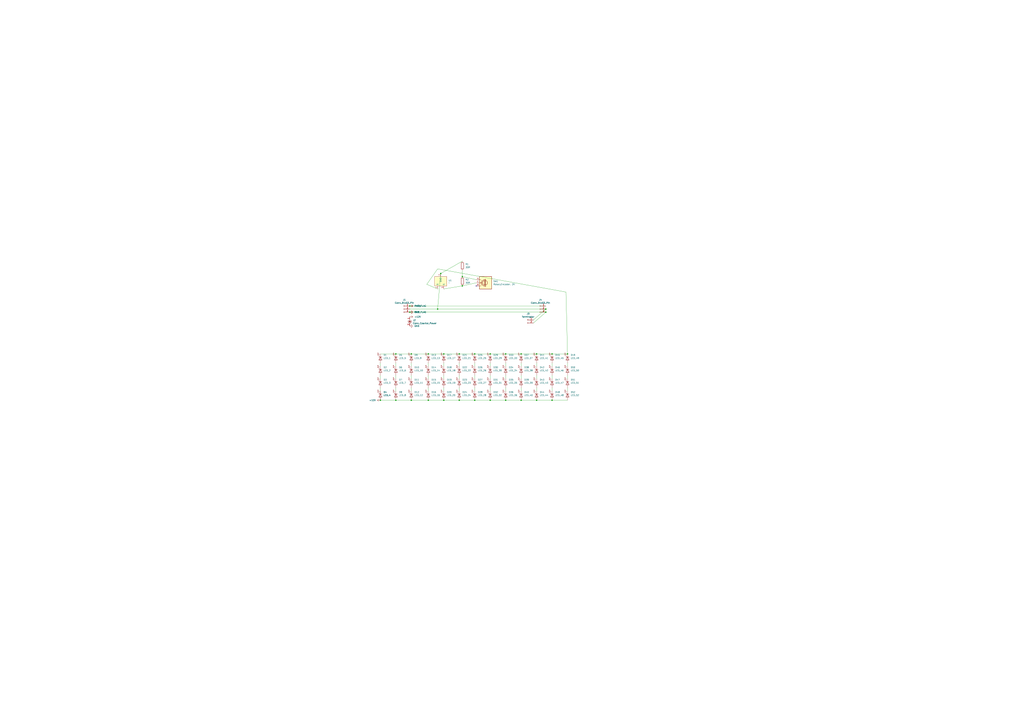
<source format=kicad_sch>
(kicad_sch (version 20231120) (generator "eeschema") (generator_version "8.0")
  (paper "A1")
  (lib_symbols
    (symbol "+12V_1" (power) (pin_numbers hide) (pin_names (offset 0) hide)
      (property "Value" "+12V" (at 0 3.556 0))
      (symbol "+12V_1_0_1"
        (polyline (pts (xy -0.762 1.27) (xy 0 2.54)))
        (polyline (pts (xy 0 0) (xy 0 2.54)))
        (polyline (pts (xy 0 2.54) (xy 0.762 1.27)))
      )
      (symbol "+12V_1_1_1"
        (pin power_in line (at 0 0 90) (length 0) (name "~") (number "1"))
      )
    )
    (symbol "+12V_2" (power) (pin_numbers hide) (pin_names (offset 0) hide)
      (property "Value" "+12V" (at 0 3.556 0))
      (symbol "+12V_2_0_1"
        (polyline (pts (xy -0.762 1.27) (xy 0 2.54)))
        (polyline (pts (xy 0 0) (xy 0 2.54)))
        (polyline (pts (xy 0 2.54) (xy 0.762 1.27)))
      )
      (symbol "+12V_2_1_1"
        (pin power_in line (at 0 0 90) (length 0) (name "~") (number "1"))
      )
    )
    (symbol "+12V_3" (power) (pin_numbers hide) (pin_names (offset 0) hide)
      (property "Value" "+12V" (at 0 3.556 0))
      (symbol "+12V_3_0_1"
        (polyline (pts (xy -0.762 1.27) (xy 0 2.54)))
        (polyline (pts (xy 0 0) (xy 0 2.54)))
        (polyline (pts (xy 0 2.54) (xy 0.762 1.27)))
      )
      (symbol "+12V_3_1_1"
        (pin power_in line (at 0 0 90) (length 0) (name "~") (number "1"))
      )
    )
    (symbol "Connector:Conn_01x02_Pin" (pin_names (offset 1.016) hide)
      (property "Reference" "J" (at 0 2.54 0))
      (property "Value" "Conn_01x02_Pin" (at 0 -5.08 0))
      (symbol "Conn_01x02_Pin_1_1"
        (polyline (pts (xy 1.27 -2.54) (xy 0.8636 -2.54)) (stroke (width 0.1524)))
        (polyline (pts (xy 1.27 0) (xy 0.8636 0)) (stroke (width 0.1524)))
        (rectangle (start 0.8636 -2.413) (end 0 -2.667) (stroke (width 0.1524)) (fill (type outline)))
        (rectangle (start 0.8636 0.127) (end 0 -0.127) (stroke (width 0.1524)) (fill (type outline)))
        (pin passive line (at 5.08 0 180) (length 3.81) (name "Pin_1") (number "1"))
        (pin passive line (at 5.08 -2.54 180) (length 3.81) (name "Pin_2") (number "2"))
      )
    )
    (symbol "Connector:Conn_01x03_Pin" (pin_names (offset 1.016) hide)
      (property "Reference" "J" (at 0 5.08 0))
      (property "Value" "Conn_01x03_Pin" (at 0 -5.08 0))
      (symbol "Conn_01x03_Pin_1_1"
        (polyline (pts (xy 1.27 -2.54) (xy 0.8636 -2.54)) (stroke (width 0.1524)))
        (polyline (pts (xy 1.27 0) (xy 0.8636 0)) (stroke (width 0.1524)))
        (polyline (pts (xy 1.27 2.54) (xy 0.8636 2.54)) (stroke (width 0.1524)))
        (rectangle (start 0.8636 -2.413) (end 0 -2.667) (stroke (width 0.1524)) (fill (type outline)))
        (rectangle (start 0.8636 0.127) (end 0 -0.127) (stroke (width 0.1524)) (fill (type outline)))
        (rectangle (start 0.8636 2.667) (end 0 2.413) (stroke (width 0.1524)) (fill (type outline)))
        (pin passive line (at 5.08 2.54 180) (length 3.81) (name "Pin_1") (number "1"))
        (pin passive line (at 5.08 0 180) (length 3.81) (name "Pin_2") (number "2"))
        (pin passive line (at 5.08 -2.54 180) (length 3.81) (name "Pin_3") (number "3"))
      )
    )
    (symbol "Connector:Conn_Coaxial_Power" (pin_names (offset 1.016) hide)
      (property "Reference" "J" (at -5.08 -1.27 90))
      (property "Value" "Conn_Coaxial_Power" (at -3.175 -1.27 90))
      (symbol "Conn_Coaxial_Power_0_1"
        (arc (start -1.27 -1.27) (mid 0 -2.5344) (end 1.27 -1.27) (stroke (width 0.254)))
        (arc (start -1.016 -0.508) (mid -1.2048 -0.8684) (end -1.27 -1.27) (stroke (width 0.254)))
        (circle (center 0 -1.27) (radius 0.508) (stroke (width 0.2032)) (fill (type outline)))
        (polyline (pts (xy 0 -2.54) (xy 0 -3.048)))
        (polyline (pts (xy 0 0) (xy 0 -1.27)))
        (arc (start 1.27 -1.27) (mid 1.2048 -0.8684) (end 1.016 -0.508) (stroke (width 0.254)))
      )
      (symbol "Conn_Coaxial_Power_1_1"
        (pin passive line (at 0 2.54 270) (length 2.54) (name "In") (number "1"))
        (pin passive line (at 0 -5.08 90) (length 2.54) (name "Ext") (number "2"))
      )
    )
    (symbol "Device:LED" (pin_numbers hide) (pin_names (offset 1.016) hide)
      (property "Reference" "D" (at 0 2.54 0))
      (property "Value" "LED" (at 0 -2.54 0))
      (symbol "LED_0_1"
        (polyline (pts (xy -1.27 -1.27) (xy -1.27 1.27)) (stroke (width 0.254)))
        (polyline (pts (xy -1.27 0) (xy 1.27 0)))
        (polyline (pts (xy 1.27 -1.27) (xy 1.27 1.27) (xy -1.27 0) (xy 1.27 -1.27)) (stroke (width 0.254)))
        (polyline (pts (xy -3.048 -0.762) (xy -4.572 -2.286) (xy -3.81 -2.286) (xy -4.572 -2.286) (xy -4.572 -1.524)))
        (polyline (pts (xy -1.778 -0.762) (xy -3.302 -2.286) (xy -2.54 -2.286) (xy -3.302 -2.286) (xy -3.302 -1.524)))
      )
      (symbol "LED_1_1"
        (pin passive line (at -3.81 0 0) (length 2.54) (name "K") (number "1"))
        (pin passive line (at 3.81 0 180) (length 2.54) (name "A") (number "2"))
      )
    )
    (symbol "Device:R" (pin_numbers hide) (pin_names (offset 0))
      (property "Reference" "R" (at 2.032 0 90))
      (property "Value" "R" (at 0 0 90))
      (symbol "R_0_1"
        (rectangle (start -1.016 -2.54) (end 1.016 2.54) (stroke (width 0.254)))
      )
      (symbol "R_1_1"
        (pin passive line (at 0 3.81 270) (length 1.27) (name "~") (number "1"))
        (pin passive line (at 0 -3.81 90) (length 1.27) (name "~") (number "2"))
      )
    )
    (symbol "Device:RotaryEncoder" (pin_names (offset 0.254) hide)
      (property "Reference" "SW" (at 0 6.604 0))
      (property "Value" "RotaryEncoder" (at 0 -6.604 0))
      (symbol "RotaryEncoder_0_1"
        (rectangle (start -5.08 5.08) (end 5.08 -5.08) (stroke (width 0.254)) (fill (type background)))
        (circle (center -3.81 0) (radius 0.254) (fill (type outline)))
        (circle (center -0.381 0) (radius 1.905) (stroke (width 0.254)))
        (arc (start -0.381 2.667) (mid -3.0988 -0.0635) (end -0.381 -2.794) (stroke (width 0.254)))
        (polyline (pts (xy -0.635 -1.778) (xy -0.635 1.778)) (stroke (width 0.254)))
        (polyline (pts (xy -0.381 -1.778) (xy -0.381 1.778)) (stroke (width 0.254)))
        (polyline (pts (xy -0.127 1.778) (xy -0.127 -1.778)) (stroke (width 0.254)))
        (polyline (pts (xy -5.08 -2.54) (xy -3.81 -2.54) (xy -3.81 -2.032)))
        (polyline (pts (xy -5.08 2.54) (xy -3.81 2.54) (xy -3.81 2.032)))
        (polyline (pts (xy 0.254 -3.048) (xy -0.508 -2.794) (xy 0.127 -2.413)) (stroke (width 0.254)))
        (polyline (pts (xy 0.254 2.921) (xy -0.508 2.667) (xy 0.127 2.286)) (stroke (width 0.254)))
        (polyline (pts (xy -5.08 0) (xy -3.81 0) (xy -3.81 -1.016) (xy -3.302 -2.032)))
        (polyline (pts (xy -4.318 0) (xy -3.81 0) (xy -3.81 1.016) (xy -3.302 2.032)))
      )
      (symbol "RotaryEncoder_1_1"
        (pin passive line (at -7.62 2.54 0) (length 2.54) (name "A") (number "A"))
        (pin passive line (at -7.62 -2.54 0) (length 2.54) (name "B") (number "B"))
        (pin passive line (at -7.62 0 0) (length 2.54) (name "C") (number "C"))
      )
    )
    (symbol "GND_1" (power) (pin_numbers hide) (pin_names (offset 0) hide)
      (property "Value" "GND" (at 0 -3.81 0))
      (symbol "GND_1_0_1"
        (polyline (pts (xy 0 0) (xy 0 -1.27) (xy 1.27 -1.27) (xy 0 -2.54) (xy -1.27 -1.27) (xy 0 -1.27)))
      )
      (symbol "GND_1_1_1"
        (pin power_in line (at 0 0 270) (length 0) (name "~") (number "1"))
      )
    )
    (symbol "GND_3" (power) (pin_numbers hide) (pin_names (offset 0) hide)
      (property "Value" "GND" (at 0 -3.81 0))
      (symbol "GND_3_0_1"
        (polyline (pts (xy 0 0) (xy 0 -1.27) (xy 1.27 -1.27) (xy 0 -2.54) (xy -1.27 -1.27) (xy 0 -1.27)))
      )
      (symbol "GND_3_1_1"
        (pin power_in line (at 0 0 270) (length 0) (name "~") (number "1"))
      )
    )
    (symbol "PWR_FLAG_1" (power) (pin_numbers hide) (pin_names (offset 0) hide)
      (property "Value" "PWR_FLAG" (at 0 3.81 0))
      (symbol "PWR_FLAG_1_0_0"
        (pin power_out line (at 0 0 90) (length 0) (name "~") (number "1"))
      )
      (symbol "PWR_FLAG_1_0_1"
        (polyline (pts (xy 0 0) (xy 0 1.27) (xy -1.016 1.905) (xy 0 2.54) (xy 1.016 1.905) (xy 0 1.27)))
      )
    )
    (symbol "PWR_FLAG_2" (power) (pin_numbers hide) (pin_names (offset 0) hide)
      (property "Value" "PWR_FLAG" (at 0 3.81 0))
      (symbol "PWR_FLAG_2_0_0"
        (pin power_out line (at 0 0 90) (length 0) (name "~") (number "1"))
      )
      (symbol "PWR_FLAG_2_0_1"
        (polyline (pts (xy 0 0) (xy 0 1.27) (xy -1.016 1.905) (xy 0 2.54) (xy 1.016 1.905) (xy 0 1.27)))
      )
    )
    (symbol "custom_symbols:RM9003a"
      (property "Reference" "U" (at -4.064 2.54 0))
      (symbol "RM9003a_1_1"
        (rectangle (start -5.08 3.81) (end 5.08 -3.81) (fill (type background)))
        (pin bidirectional line (at -2.54 -6.35 90) (length 2.54) (name "D") (number "1"))
        (pin bidirectional line (at 0 6.35 270) (length 2.54) (name "GND") (number "2"))
        (pin bidirectional line (at 2.54 -6.35 90) (length 2.54) (name "S") (number "3"))
      )
    )
  )
  (junction (at 389.89 328.93))
  (junction (at 325.12 328.93))
  (junction (at 402.59 328.93))
  (junction (at 337.82 290.83))
  (junction (at 325.12 290.83))
  (junction (at 337.82 328.93))
  (junction (at 448.31 254))
  (junction (at 361.95 224.79))
  (junction (at 377.19 328.93))
  (junction (at 440.69 290.83))
  (junction (at 336.55 256.54))
  (junction (at 312.42 328.93))
  (junction (at 336.55 251.46))
  (junction (at 402.59 290.83))
  (junction (at 448.31 256.54))
  (junction (at 351.79 290.83))
  (junction (at 364.49 290.83))
  (junction (at 364.49 328.93))
  (junction (at 453.39 290.83))
  (junction (at 453.39 328.93))
  (junction (at 379.73 227.33))
  (junction (at 440.69 328.93))
  (junction (at 389.89 290.83))
  (junction (at 427.99 290.83))
  (junction (at 351.79 328.93))
  (junction (at 377.19 290.83))
  (junction (at 415.29 290.83))
  (junction (at 379.73 234.95))
  (junction (at 415.29 328.93))
  (junction (at 427.99 328.93))
  (junction (at 359.41 254))
  (junction (at 466.09 290.83))
  (no_connect (at 391.16 234.95))
  (wire (pts (xy 427.99 311.15) (xy 427.99 308.61)))
  (wire (pts (xy 453.39 300.99) (xy 453.39 298.45)))
  (wire (pts (xy 440.69 328.93) (xy 453.39 328.93)))
  (wire (pts (xy 364.49 321.31) (xy 364.49 318.77)))
  (wire (pts (xy 377.19 290.83) (xy 389.89 290.83)))
  (wire (pts (xy 415.29 328.93) (xy 427.99 328.93)))
  (wire (pts (xy 312.42 290.83) (xy 325.12 290.83)))
  (wire (pts (xy 377.19 328.93) (xy 389.89 328.93)))
  (wire (pts (xy 389.89 328.93) (xy 402.59 328.93)))
  (wire (pts (xy 361.95 224.79) (xy 379.73 214.63)))
  (wire (pts (xy 391.16 232.41) (xy 379.73 234.95)))
  (wire (pts (xy 453.39 321.31) (xy 453.39 318.77)))
  (wire (pts (xy 415.29 300.99) (xy 415.29 298.45)))
  (wire (pts (xy 427.99 290.83) (xy 440.69 290.83)))
  (wire (pts (xy 325.12 300.99) (xy 325.12 298.45)))
  (wire (pts (xy 359.41 254) (xy 448.31 254)))
  (wire (pts (xy 364.49 237.49) (xy 379.73 234.95)))
  (wire (pts (xy 325.12 328.93) (xy 337.82 328.93)))
  (wire (pts (xy 336.55 251.46) (xy 448.31 251.46)))
  (wire (pts (xy 337.82 290.83) (xy 351.79 290.83)))
  (wire (pts (xy 466.09 290.83) (xy 464.82 240.03)))
  (wire (pts (xy 453.39 328.93) (xy 466.09 328.93)))
  (wire (pts (xy 402.59 300.99) (xy 402.59 298.45)))
  (wire (pts (xy 351.79 311.15) (xy 351.79 308.61)))
  (wire (pts (xy 312.42 328.93) (xy 325.12 328.93)))
  (wire (pts (xy 377.19 311.15) (xy 377.19 308.61)))
  (wire (pts (xy 453.39 290.83) (xy 466.09 290.83)))
  (wire (pts (xy 379.73 222.25) (xy 379.73 227.33)))
  (wire (pts (xy 389.89 321.31) (xy 389.89 318.77)))
  (wire (pts (xy 325.12 311.15) (xy 325.12 308.61)))
  (wire (pts (xy 389.89 290.83) (xy 402.59 290.83)))
  (wire (pts (xy 466.09 311.15) (xy 466.09 308.61)))
  (wire (pts (xy 466.09 321.31) (xy 466.09 318.77)))
  (wire (pts (xy 453.39 311.15) (xy 453.39 308.61)))
  (wire (pts (xy 402.59 328.93) (xy 415.29 328.93)))
  (wire (pts (xy 336.55 254) (xy 359.41 254)))
  (wire (pts (xy 325.12 290.83) (xy 337.82 290.83)))
  (wire (pts (xy 427.99 328.93) (xy 440.69 328.93)))
  (wire (pts (xy 440.69 311.15) (xy 440.69 308.61)))
  (wire (pts (xy 351.79 290.83) (xy 364.49 290.83)))
  (wire (pts (xy 337.82 321.31) (xy 337.82 318.77)))
  (wire (pts (xy 415.29 311.15) (xy 415.29 308.61)))
  (wire (pts (xy 440.69 300.99) (xy 440.69 298.45)))
  (wire (pts (xy 415.29 321.31) (xy 415.29 318.77)))
  (wire (pts (xy 379.73 227.33) (xy 391.16 229.87)))
  (wire (pts (xy 351.79 321.31) (xy 351.79 318.77)))
  (wire (pts (xy 466.09 300.99) (xy 466.09 298.45)))
  (wire (pts (xy 312.42 321.31) (xy 312.42 318.77)))
  (wire (pts (xy 351.79 300.99) (xy 351.79 298.45)))
  (wire (pts (xy 440.69 290.83) (xy 453.39 290.83)))
  (wire (pts (xy 402.59 311.15) (xy 402.59 308.61)))
  (wire (pts (xy 402.59 290.83) (xy 415.29 290.83)))
  (wire (pts (xy 402.59 321.31) (xy 402.59 318.77)))
  (wire (pts (xy 427.99 321.31) (xy 427.99 318.77)))
  (wire (pts (xy 351.79 328.93) (xy 364.49 328.93)))
  (wire (pts (xy 325.12 321.31) (xy 325.12 318.77)))
  (wire (pts (xy 364.49 290.83) (xy 377.19 290.83)))
  (wire (pts (xy 448.31 254) (xy 438.15 262.89)))
  (wire (pts (xy 337.82 328.93) (xy 351.79 328.93)))
  (wire (pts (xy 440.69 321.31) (xy 440.69 318.77)))
  (wire (pts (xy 377.19 321.31) (xy 377.19 318.77)))
  (wire (pts (xy 359.41 220.98) (xy 350.52 233.68)))
  (wire (pts (xy 415.29 290.83) (xy 427.99 290.83)))
  (wire (pts (xy 389.89 311.15) (xy 389.89 308.61)))
  (wire (pts (xy 336.55 256.54) (xy 448.31 256.54)))
  (wire (pts (xy 464.82 240.03) (xy 359.41 220.98)))
  (wire (pts (xy 312.42 311.15) (xy 312.42 308.61)))
  (wire (pts (xy 337.82 300.99) (xy 337.82 298.45)))
  (wire (pts (xy 377.19 300.99) (xy 377.19 298.45)))
  (wire (pts (xy 389.89 300.99) (xy 389.89 298.45)))
  (wire (pts (xy 364.49 328.93) (xy 377.19 328.93)))
  (wire (pts (xy 364.49 311.15) (xy 364.49 308.61)))
  (wire (pts (xy 350.52 233.68) (xy 359.41 237.49)))
  (wire (pts (xy 364.49 300.99) (xy 364.49 298.45)))
  (wire (pts (xy 427.99 300.99) (xy 427.99 298.45)))
  (wire (pts (xy 337.82 311.15) (xy 337.82 308.61)))
  (wire (pts (xy 448.31 256.54) (xy 438.15 265.43)))
  (wire (pts (xy 361.95 224.79) (xy 359.41 254)))
  (wire (pts (xy 312.42 300.99) (xy 312.42 298.45)))
  (symbol (lib_name "PWR_FLAG_2") (lib_id "power:PWR_FLAG") (at 336.55 256.54 270) (unit 1)
    (property "Reference" "#FLG02" (effects (hide yes)))
    (property "Value" "PWR_FLAG" (at 340.36 256.5399 90) (effects (justify left)))
    (property "Description" "Special symbol for telling ERC where power comes from" (effects (hide yes)))
  )
  (symbol (lib_id "Connector:Conn_01x03_Pin") (at 443.23 254 0) (unit 1)
    (property "Reference" "J4" (at 443.865 246.38 0))
    (property "Value" "Conn_01x03_Pin" (at 443.865 248.92 0))
    (property "Footprint" "TerminalBlock:TerminalBlock_bornier-3_P5.08mm" (effects (hide yes)))
    (property "Description" "Generic connector, single row, 01x03, script generated" (effects (hide yes)))
  )
  (symbol (lib_id "Connector:Conn_01x03_Pin") (at 331.47 254 0) (unit 1)
    (property "Reference" "J1" (at 332.105 246.38 0))
    (property "Value" "Conn_01x03_Pin" (at 332.105 248.92 0))
    (property "Footprint" "TerminalBlock:TerminalBlock_bornier-3_P5.08mm" (effects (hide yes)))
    (property "Description" "Generic connector, single row, 01x03, script generated" (effects (hide yes)))
  )
  (symbol (lib_id "Device:LED") (at 427.99 294.64 270) (unit 1)
    (property "Reference" "D37" (at 430.53 291.7824 90) (effects (justify left)))
    (property "Value" "LED_37" (at 430.53 294.3224 90) (effects (justify left)))
    (property "Footprint" "CustomLibrary:LED_PLCC_2835_AK" (effects (hide yes)))
  )
  (symbol (lib_id "Device:LED") (at 427.99 325.12 270) (unit 1)
    (property "Reference" "D40" (at 430.53 322.2624 90) (effects (justify left)))
    (property "Value" "LED_40" (at 430.53 324.8024 90) (effects (justify left)))
    (property "Footprint" "CustomLibrary:LED_PLCC_2835_AK" (effects (hide yes)))
  )
  (symbol (lib_name "PWR_FLAG_1") (lib_id "power:PWR_FLAG") (at 336.55 251.46 270) (unit 1)
    (property "Reference" "#FLG01" (effects (hide yes)))
    (property "Value" "PWR_FLAG" (at 340.36 251.4599 90) (effects (justify left)))
    (property "Description" "Special symbol for telling ERC where power comes from" (effects (hide yes)))
  )
  (symbol (lib_id "Device:LED") (at 427.99 314.96 270) (unit 1)
    (property "Reference" "D39" (at 430.53 312.1024 90) (effects (justify left)))
    (property "Value" "LED_39" (at 430.53 314.6424 90) (effects (justify left)))
    (property "Footprint" "CustomLibrary:LED_PLCC_2835_AK" (effects (hide yes)))
  )
  (symbol (lib_id "Device:LED") (at 364.49 325.12 270) (unit 1)
    (property "Reference" "D20" (at 367.03 322.2624 90) (effects (justify left)))
    (property "Value" "LED_20" (at 367.03 324.8024 90) (effects (justify left)))
    (property "Footprint" "CustomLibrary:LED_PLCC_2835_AK" (effects (hide yes)))
  )
  (symbol (lib_id "Device:LED") (at 389.89 304.8 270) (unit 1)
    (property "Reference" "D26" (at 392.43 301.9424 90) (effects (justify left)))
    (property "Value" "LED_26" (at 392.43 304.4824 90) (effects (justify left)))
    (property "Footprint" "CustomLibrary:LED_PLCC_2835_AK" (effects (hide yes)))
  )
  (symbol (lib_id "Device:LED") (at 389.89 314.96 270) (unit 1)
    (property "Reference" "D27" (at 392.43 312.1024 90) (effects (justify left)))
    (property "Value" "LED_27" (at 392.43 314.6424 90) (effects (justify left)))
    (property "Footprint" "CustomLibrary:LED_PLCC_2835_AK" (effects (hide yes)))
  )
  (symbol (lib_name "+12V_1") (lib_id "power:+12V") (at 336.55 251.46 270) (unit 1)
    (property "Reference" "#PWR02" (effects (hide yes)))
    (property "Value" "+12V" (at 340.36 251.4599 90) (effects (justify left)))
    (property "Description" "Power symbol creates a global label with name \"+12V\"" (effects (hide yes)))
  )
  (symbol (lib_id "Device:LED") (at 312.42 294.64 270) (unit 1)
    (property "Reference" "D1" (at 314.96 291.7824 90) (effects (justify left)))
    (property "Value" "LED_1" (at 314.96 294.3224 90) (effects (justify left)))
    (property "Footprint" "CustomLibrary:LED_PLCC_2835_AK" (effects (hide yes)))
  )
  (symbol (lib_id "Device:LED") (at 466.09 325.12 270) (unit 1)
    (property "Reference" "D52" (at 468.63 322.2624 90) (effects (justify left)))
    (property "Value" "LED_52" (at 468.63 324.8024 90) (effects (justify left)))
    (property "Footprint" "CustomLibrary:LED_PLCC_2835_AK" (effects (hide yes)))
  )
  (symbol (lib_id "Device:LED") (at 377.19 325.12 270) (unit 1)
    (property "Reference" "D24" (at 379.73 322.2624 90) (effects (justify left)))
    (property "Value" "LED_24" (at 379.73 324.8024 90) (effects (justify left)))
    (property "Footprint" "CustomLibrary:LED_PLCC_2835_AK" (effects (hide yes)))
  )
  (symbol (lib_id "Connector:Conn_Coaxial_Power") (at 336.55 262.89 0) (unit 1)
    (property "Reference" "J2" (at 339.09 263.1439 0) (effects (justify left)))
    (property "Value" "Conn_Coaxial_Power" (at 339.09 265.6839 0) (effects (justify left)))
    (property "Footprint" "CustomLibrary:BarrelJack_Wuerth_6941xx301002" (effects (hide yes)))
  )
  (symbol (lib_id "Device:LED") (at 440.69 314.96 270) (unit 1)
    (property "Reference" "D43" (at 443.23 312.1024 90) (effects (justify left)))
    (property "Value" "LED_43" (at 443.23 314.6424 90) (effects (justify left)))
    (property "Footprint" "CustomLibrary:LED_PLCC_2835_AK" (effects (hide yes)))
  )
  (symbol (lib_id "Device:LED") (at 415.29 314.96 270) (unit 1)
    (property "Reference" "D35" (at 417.83 312.1024 90) (effects (justify left)))
    (property "Value" "LED_35" (at 417.83 314.6424 90) (effects (justify left)))
    (property "Footprint" "CustomLibrary:LED_PLCC_2835_AK" (effects (hide yes)))
  )
  (symbol (lib_id "Device:LED") (at 337.82 314.96 270) (unit 1)
    (property "Reference" "D11" (at 340.36 312.1024 90) (effects (justify left)))
    (property "Value" "LED_11" (at 340.36 314.6424 90) (effects (justify left)))
    (property "Footprint" "CustomLibrary:LED_PLCC_2835_AK" (effects (hide yes)))
  )
  (symbol (lib_id "Device:LED") (at 325.12 294.64 270) (unit 1)
    (property "Reference" "D5" (at 327.66 291.7824 90) (effects (justify left)))
    (property "Value" "LED_5" (at 327.66 294.3224 90) (effects (justify left)))
    (property "Footprint" "CustomLibrary:LED_PLCC_2835_AK" (effects (hide yes)))
  )
  (symbol (lib_id "Device:R") (at 379.73 218.44 0) (unit 1)
    (property "Reference" "R1" (at 382.27 217.1699 0) (effects (justify left)))
    (property "Value" "30R" (at 382.27 219.7099 0) (effects (justify left)))
    (property "Footprint" "Resistor_SMD:R_1206_3216Metric" (effects (hide yes)))
    (property "Description" "Resistor" (effects (hide yes)))
  )
  (symbol (lib_id "Device:LED") (at 440.69 325.12 270) (unit 1)
    (property "Reference" "D44" (at 443.23 322.2624 90) (effects (justify left)))
    (property "Value" "LED_44" (at 443.23 324.8024 90) (effects (justify left)))
    (property "Footprint" "CustomLibrary:LED_PLCC_2835_AK" (effects (hide yes)))
  )
  (symbol (lib_id "Device:LED") (at 351.79 294.64 270) (unit 1)
    (property "Reference" "D13" (at 354.33 291.7824 90) (effects (justify left)))
    (property "Value" "LED_13" (at 354.33 294.3224 90) (effects (justify left)))
    (property "Footprint" "CustomLibrary:LED_PLCC_2835_AK" (effects (hide yes)))
  )
  (symbol (lib_id "Device:LED") (at 351.79 304.8 270) (unit 1)
    (property "Reference" "D14" (at 354.33 301.9424 90) (effects (justify left)))
    (property "Value" "LED_14" (at 354.33 304.4824 90) (effects (justify left)))
    (property "Footprint" "CustomLibrary:LED_PLCC_2835_AK" (effects (hide yes)))
  )
  (symbol (lib_id "Device:LED") (at 402.59 325.12 270) (unit 1)
    (property "Reference" "D32" (at 405.13 322.2624 90) (effects (justify left)))
    (property "Value" "LED_32" (at 405.13 324.8024 90) (effects (justify left)))
    (property "Footprint" "CustomLibrary:LED_PLCC_2835_AK" (effects (hide yes)))
  )
  (symbol (lib_id "Device:LED") (at 312.42 325.12 270) (unit 1)
    (property "Reference" "D4" (at 314.96 322.2624 90) (effects (justify left)))
    (property "Value" "LED_4" (at 314.96 324.8024 90) (effects (justify left)))
    (property "Footprint" "CustomLibrary:LED_PLCC_2835_AK" (effects (hide yes)))
  )
  (symbol (lib_id "Device:LED") (at 312.42 314.96 270) (unit 1)
    (property "Reference" "D3" (at 314.96 312.1024 90) (effects (justify left)))
    (property "Value" "LED_3" (at 314.96 314.6424 90) (effects (justify left)))
    (property "Footprint" "CustomLibrary:LED_PLCC_2835_AK" (effects (hide yes)))
  )
  (symbol (lib_id "Device:LED") (at 440.69 294.64 270) (unit 1)
    (property "Reference" "D41" (at 443.23 291.7824 90) (effects (justify left)))
    (property "Value" "LED_41" (at 443.23 294.3224 90) (effects (justify left)))
    (property "Footprint" "CustomLibrary:LED_PLCC_2835_AK" (effects (hide yes)))
  )
  (symbol (lib_id "Device:LED") (at 453.39 294.64 270) (unit 1)
    (property "Reference" "D45" (at 455.93 291.7824 90) (effects (justify left)))
    (property "Value" "LED_45" (at 455.93 294.3224 90) (effects (justify left)))
    (property "Footprint" "CustomLibrary:LED_PLCC_2835_AK" (effects (hide yes)))
  )
  (symbol (lib_id "Device:LED") (at 325.12 325.12 270) (unit 1)
    (property "Reference" "D8" (at 327.66 322.2624 90) (effects (justify left)))
    (property "Value" "LED_8" (at 327.66 324.8024 90) (effects (justify left)))
    (property "Footprint" "CustomLibrary:LED_PLCC_2835_AK" (effects (hide yes)))
  )
  (symbol (lib_id "Device:LED") (at 402.59 294.64 270) (unit 1)
    (property "Reference" "D29" (at 405.13 291.7824 90) (effects (justify left)))
    (property "Value" "LED_29" (at 405.13 294.3224 90) (effects (justify left)))
    (property "Footprint" "CustomLibrary:LED_PLCC_2835_AK" (effects (hide yes)))
  )
  (symbol (lib_id "custom_symbols:RM9003a") (at 361.95 231.14 0) (unit 1)
    (property "Reference" "U1" (at 368.3 230.5049 0) (effects (justify left)))
    (property "Value" "~" (at 368.3 232.41 0) (effects (justify left)))
    (property "Footprint" "Package_TO_SOT_SMD:SOT-89-3" (effects (hide yes)))
  )
  (symbol (lib_id "Device:LED") (at 312.42 304.8 270) (unit 1)
    (property "Reference" "D2" (at 314.96 301.9424 90) (effects (justify left)))
    (property "Value" "LED_2" (at 314.96 304.4824 90) (effects (justify left)))
    (property "Footprint" "CustomLibrary:LED_PLCC_2835_AK" (effects (hide yes)))
  )
  (symbol (lib_id "Device:LED") (at 389.89 294.64 270) (unit 1)
    (property "Reference" "D25" (at 392.43 291.7824 90) (effects (justify left)))
    (property "Value" "LED_25" (at 392.43 294.3224 90) (effects (justify left)))
    (property "Footprint" "CustomLibrary:LED_PLCC_2835_AK" (effects (hide yes)))
  )
  (symbol (lib_id "Device:LED") (at 389.89 325.12 270) (unit 1)
    (property "Reference" "D28" (at 392.43 322.2624 90) (effects (justify left)))
    (property "Value" "LED_28" (at 392.43 324.8024 90) (effects (justify left)))
    (property "Footprint" "CustomLibrary:LED_PLCC_2835_AK" (effects (hide yes)))
  )
  (symbol (lib_name "GND_3") (lib_id "power:GND") (at 336.55 267.97 90) (unit 1)
    (property "Reference" "#PWR05" (effects (hide yes)))
    (property "Value" "GND" (at 340.36 267.9699 90) (effects (justify right)))
    (property "Description" "Power symbol creates a global label with name \"GND\" , ground" (effects (hide yes)))
  )
  (symbol (lib_id "Device:LED") (at 453.39 314.96 270) (unit 1)
    (property "Reference" "D47" (at 455.93 312.1024 90) (effects (justify left)))
    (property "Value" "LED_47" (at 455.93 314.6424 90) (effects (justify left)))
    (property "Footprint" "CustomLibrary:LED_PLCC_2835_AK" (effects (hide yes)))
  )
  (symbol (lib_id "Device:LED") (at 415.29 294.64 270) (unit 1)
    (property "Reference" "D33" (at 417.83 291.7824 90) (effects (justify left)))
    (property "Value" "LED_33" (at 417.83 294.3224 90) (effects (justify left)))
    (property "Footprint" "CustomLibrary:LED_PLCC_2835_AK" (effects (hide yes)))
  )
  (symbol (lib_id "Device:LED") (at 466.09 294.64 270) (unit 1)
    (property "Reference" "D49" (at 468.63 291.7824 90) (effects (justify left)))
    (property "Value" "LED_49" (at 468.63 294.3224 90) (effects (justify left)))
    (property "Footprint" "CustomLibrary:LED_PLCC_2835_AK" (effects (hide yes)))
  )
  (symbol (lib_id "Device:LED") (at 415.29 304.8 270) (unit 1)
    (property "Reference" "D34" (at 417.83 301.9424 90) (effects (justify left)))
    (property "Value" "LED_34" (at 417.83 304.4824 90) (effects (justify left)))
    (property "Footprint" "CustomLibrary:LED_PLCC_2835_AK" (effects (hide yes)))
  )
  (symbol (lib_name "+12V_2") (lib_id "power:+12V") (at 336.55 260.35 270) (unit 1)
    (property "Reference" "#PWR04" (effects (hide yes)))
    (property "Value" "+12V" (at 340.36 260.3499 90) (effects (justify left)))
    (property "Description" "Power symbol creates a global label with name \"+12V\"" (effects (hide yes)))
  )
  (symbol (lib_id "Device:LED") (at 427.99 304.8 270) (unit 1)
    (property "Reference" "D38" (at 430.53 301.9424 90) (effects (justify left)))
    (property "Value" "LED_38" (at 430.53 304.4824 90) (effects (justify left)))
    (property "Footprint" "CustomLibrary:LED_PLCC_2835_AK" (effects (hide yes)))
  )
  (symbol (lib_id "Device:LED") (at 402.59 304.8 270) (unit 1)
    (property "Reference" "D30" (at 405.13 301.9424 90) (effects (justify left)))
    (property "Value" "LED_30" (at 405.13 304.4824 90) (effects (justify left)))
    (property "Footprint" "CustomLibrary:LED_PLCC_2835_AK" (effects (hide yes)))
  )
  (symbol (lib_id "Device:LED") (at 364.49 304.8 270) (unit 1)
    (property "Reference" "D18" (at 367.03 301.9424 90) (effects (justify left)))
    (property "Value" "LED_18" (at 367.03 304.4824 90) (effects (justify left)))
    (property "Footprint" "CustomLibrary:LED_PLCC_2835_AK" (effects (hide yes)))
  )
  (symbol (lib_id "Device:RotaryEncoder") (at 398.78 232.41 0) (unit 1)
    (property "Reference" "SW1" (at 405.13 231.1399 0) (effects (justify left)))
    (property "Value" "RotaryEncoder, 2K" (at 405.13 233.6799 0) (effects (justify left)))
    (property "Footprint" "Rotary_Encoder:RotaryEncoder_Bourns_Vertical_PEC12R-3x17F-Nxxxx" (effects (hide yes)))
    (property "Description" "Rotary encoder, dual channel, incremental quadrate outputs" (effects (hide yes)))
  )
  (symbol (lib_id "Device:LED") (at 402.59 314.96 270) (unit 1)
    (property "Reference" "D31" (at 405.13 312.1024 90) (effects (justify left)))
    (property "Value" "LED_31" (at 405.13 314.6424 90) (effects (justify left)))
    (property "Footprint" "CustomLibrary:LED_PLCC_2835_AK" (effects (hide yes)))
  )
  (symbol (lib_id "Device:LED") (at 377.19 314.96 270) (unit 1)
    (property "Reference" "D23" (at 379.73 312.1024 90) (effects (justify left)))
    (property "Value" "LED_23" (at 379.73 314.6424 90) (effects (justify left)))
    (property "Footprint" "CustomLibrary:LED_PLCC_2835_AK" (effects (hide yes)))
  )
  (symbol (lib_id "Device:LED") (at 337.82 294.64 270) (unit 1)
    (property "Reference" "D9" (at 340.36 291.7824 90) (effects (justify left)))
    (property "Value" "LED_9" (at 340.36 294.3224 90) (effects (justify left)))
    (property "Footprint" "CustomLibrary:LED_PLCC_2835_AK" (effects (hide yes)))
  )
  (symbol (lib_name "+12V_3") (lib_id "power:+12V") (at 312.42 328.93 90) (unit 1)
    (property "Reference" "#PWR01" (effects (hide yes)))
    (property "Value" "+12V" (at 308.61 328.9299 90) (effects (justify left)))
    (property "Description" "Power symbol creates a global label with name \"+12V\"" (effects (hide yes)))
  )
  (symbol (lib_id "Device:LED") (at 351.79 314.96 270) (unit 1)
    (property "Reference" "D15" (at 354.33 312.1024 90) (effects (justify left)))
    (property "Value" "LED_15" (at 354.33 314.6424 90) (effects (justify left)))
    (property "Footprint" "CustomLibrary:LED_PLCC_2835_AK" (effects (hide yes)))
  )
  (symbol (lib_id "Device:LED") (at 325.12 314.96 270) (unit 1)
    (property "Reference" "D7" (at 327.66 312.1024 90) (effects (justify left)))
    (property "Value" "LED_7" (at 327.66 314.6424 90) (effects (justify left)))
    (property "Footprint" "CustomLibrary:LED_PLCC_2835_AK" (effects (hide yes)))
  )
  (symbol (lib_id "Device:LED") (at 453.39 304.8 270) (unit 1)
    (property "Reference" "D46" (at 455.93 301.9424 90) (effects (justify left)))
    (property "Value" "LED_46" (at 455.93 304.4824 90) (effects (justify left)))
    (property "Footprint" "CustomLibrary:LED_PLCC_2835_AK" (effects (hide yes)))
  )
  (symbol (lib_id "Device:R") (at 379.73 231.14 0) (unit 1)
    (property "Reference" "R2" (at 382.27 229.8699 0) (effects (justify left)))
    (property "Value" "30R" (at 382.27 232.4099 0) (effects (justify left)))
    (property "Footprint" "Resistor_SMD:R_1206_3216Metric" (effects (hide yes)))
    (property "Description" "Resistor" (effects (hide yes)))
  )
  (symbol (lib_id "Device:LED") (at 377.19 304.8 270) (unit 1)
    (property "Reference" "D22" (at 379.73 301.9424 90) (effects (justify left)))
    (property "Value" "LED_22" (at 379.73 304.4824 90) (effects (justify left)))
    (property "Footprint" "CustomLibrary:LED_PLCC_2835_AK" (effects (hide yes)))
  )
  (symbol (lib_id "Device:LED") (at 325.12 304.8 270) (unit 1)
    (property "Reference" "D6" (at 327.66 301.9424 90) (effects (justify left)))
    (property "Value" "LED_6" (at 327.66 304.4824 90) (effects (justify left)))
    (property "Footprint" "CustomLibrary:LED_PLCC_2835_AK" (effects (hide yes)))
  )
  (symbol (lib_id "Device:LED") (at 377.19 294.64 270) (unit 1)
    (property "Reference" "D21" (at 379.73 291.7824 90) (effects (justify left)))
    (property "Value" "LED_21" (at 379.73 294.3224 90) (effects (justify left)))
    (property "Footprint" "CustomLibrary:LED_PLCC_2835_AK" (effects (hide yes)))
  )
  (symbol (lib_id "Device:LED") (at 453.39 325.12 270) (unit 1)
    (property "Reference" "D48" (at 455.93 322.2624 90) (effects (justify left)))
    (property "Value" "LED_48" (at 455.93 324.8024 90) (effects (justify left)))
    (property "Footprint" "CustomLibrary:LED_PLCC_2835_AK" (effects (hide yes)))
  )
  (symbol (lib_id "Device:LED") (at 415.29 325.12 270) (unit 1)
    (property "Reference" "D36" (at 417.83 322.2624 90) (effects (justify left)))
    (property "Value" "LED_36" (at 417.83 324.8024 90) (effects (justify left)))
    (property "Footprint" "CustomLibrary:LED_PLCC_2835_AK" (effects (hide yes)))
  )
  (symbol (lib_id "Device:LED") (at 337.82 304.8 270) (unit 1)
    (property "Reference" "D10" (at 340.36 301.9424 90) (effects (justify left)))
    (property "Value" "LED_10" (at 340.36 304.4824 90) (effects (justify left)))
    (property "Footprint" "CustomLibrary:LED_PLCC_2835_AK" (effects (hide yes)))
  )
  (symbol (lib_name "GND_1") (lib_id "power:GND") (at 336.55 256.54 90) (unit 1)
    (property "Reference" "#PWR03" (effects (hide yes)))
    (property "Value" "GND" (at 340.36 256.5399 90) (effects (justify right)))
    (property "Description" "Power symbol creates a global label with name \"GND\" , ground" (effects (hide yes)))
  )
  (symbol (lib_id "Device:LED") (at 466.09 304.8 270) (unit 1)
    (property "Reference" "D50" (at 468.63 301.9424 90) (effects (justify left)))
    (property "Value" "LED_50" (at 468.63 304.4824 90) (effects (justify left)))
    (property "Footprint" "CustomLibrary:LED_PLCC_2835_AK" (effects (hide yes)))
  )
  (symbol (lib_id "Connector:Conn_01x02_Pin") (at 433.07 262.89 0) (unit 1)
    (property "Reference" "J3" (at 433.705 257.81 0))
    (property "Value" "Terminator" (at 433.705 260.35 0))
    (property "Footprint" "Connector_PinHeader_2.54mm:PinHeader_1x02_P2.54mm_Vertical" (effects (hide yes)))
    (property "Description" "Generic connector, single row, 01x02, script generated" (effects (hide yes)))
  )
  (symbol (lib_id "Device:LED") (at 337.82 325.12 270) (unit 1)
    (property "Reference" "D12" (at 340.36 322.2624 90) (effects (justify left)))
    (property "Value" "LED_12" (at 340.36 324.8024 90) (effects (justify left)))
    (property "Footprint" "CustomLibrary:LED_PLCC_2835_AK" (effects (hide yes)))
  )
  (symbol (lib_id "Device:LED") (at 466.09 314.96 270) (unit 1)
    (property "Reference" "D51" (at 468.63 312.1024 90) (effects (justify left)))
    (property "Value" "LED_51" (at 468.63 314.6424 90) (effects (justify left)))
    (property "Footprint" "CustomLibrary:LED_PLCC_2835_AK" (effects (hide yes)))
  )
  (symbol (lib_id "Device:LED") (at 351.79 325.12 270) (unit 1)
    (property "Reference" "D16" (at 354.33 322.2624 90) (effects (justify left)))
    (property "Value" "LED_16" (at 354.33 324.8024 90) (effects (justify left)))
    (property "Footprint" "CustomLibrary:LED_PLCC_2835_AK" (effects (hide yes)))
  )
  (symbol (lib_id "Device:LED") (at 364.49 314.96 270) (unit 1)
    (property "Reference" "D19" (at 367.03 312.1024 90) (effects (justify left)))
    (property "Value" "LED_19" (at 367.03 314.6424 90) (effects (justify left)))
    (property "Footprint" "CustomLibrary:LED_PLCC_2835_AK" (effects (hide yes)))
  )
  (symbol (lib_id "Device:LED") (at 440.69 304.8 270) (unit 1)
    (property "Reference" "D42" (at 443.23 301.9424 90) (effects (justify left)))
    (property "Value" "LED_42" (at 443.23 304.4824 90) (effects (justify left)))
    (property "Footprint" "CustomLibrary:LED_PLCC_2835_AK" (effects (hide yes)))
  )
  (symbol (lib_id "Device:LED") (at 364.49 294.64 270) (unit 1)
    (property "Reference" "D17" (at 367.03 291.7824 90) (effects (justify left)))
    (property "Value" "LED_17" (at 367.03 294.3224 90) (effects (justify left)))
    (property "Footprint" "CustomLibrary:LED_PLCC_2835_AK" (effects (hide yes)))
  )
)
</source>
